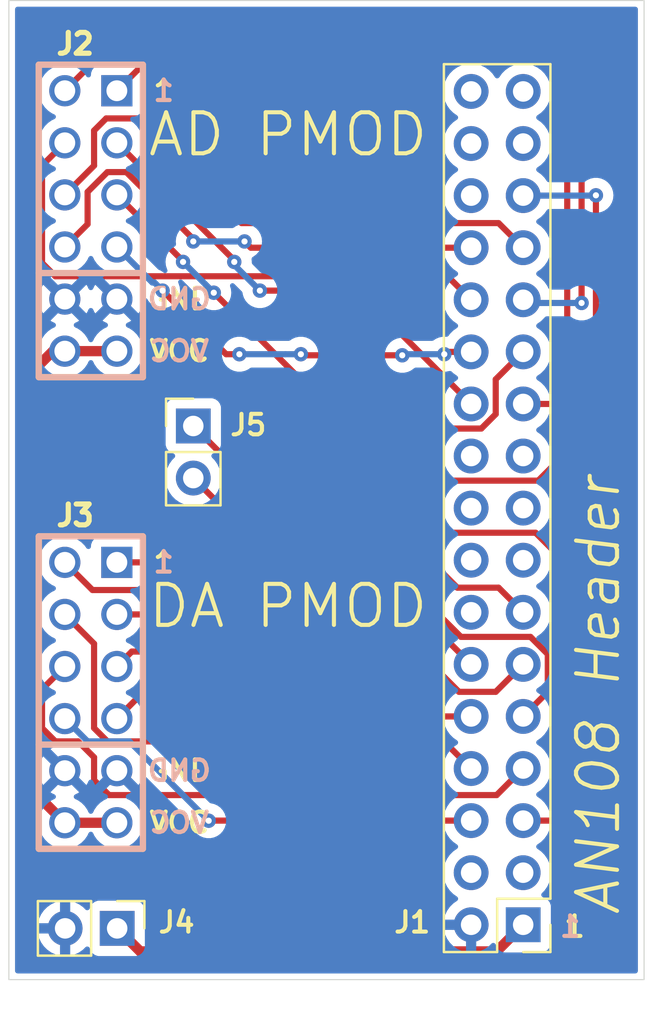
<source format=kicad_pcb>
(kicad_pcb (version 20240108) (generator "pcbnew") (generator_version "8.0")
  (layers (0 "F.Cu" signal) (31 "B.Cu" power) (34 "B.Paste" user) (35 "F.Paste" user) (36 "B.SilkS" user "B.Silkscreen") (37 "F.SilkS" user "F.Silkscreen") (38 "B.Mask" user) (39 "F.Mask" user) (44 "Edge.Cuts" user))
  (net 0 "")
  (net 3 "da_7")
  (net 4 "GND")
  (net 5 "da_6")
  (net 6 "+5V")
  (net 9 "da_clk")
  (net 11 "ad_6")
  (net 13 "ad_4")
  (net 14 "ad_3")
  (net 15 "da_3")
  (net 16 "ad_7")
  (net 19 "da_5")
  (net 20 "da_0")
  (net 22 "ad_1")
  (net 24 "da_4")
  (net 25 "ad_2")
  (net 26 "da_2")
  (net 28 "ad_0")
  (net 31 "ad_5")
  (net 33 "ad_clk")
  (net 34 "da_1")
  (net 35 "+3.3V")
  (footprint "Library:pmod_pin_array_6x2" (layer "F.Cu") (at 130.565 103.045)
    (property "Reference" "J3" (at -0.762 -8.636 0) (layer "F.SilkS") (effects (font (size 1.016 1.016) (thickness 0.254))))
    (property "Value" "DA_PMOD" (hide yes))
    (fp_line (start -2.54 -7.62) (end -2.54 7.62) (stroke (width 0.3048)) (layer "B.SilkS"))
    (fp_line (start -2.54 7.62) (end 2.54 7.62) (stroke (width 0.3048)) (layer "B.SilkS"))
    (fp_line (start 2.54 -7.62) (end -2.54 -7.62) (stroke (width 0.3048)) (layer "B.SilkS"))
    (fp_line (start 2.54 2.54) (end -2.54 2.54) (stroke (width 0.3048)) (layer "B.SilkS"))
    (fp_line (start 2.54 7.62) (end 2.54 -7.62) (stroke (width 0.3048)) (layer "B.SilkS"))
    (fp_line (start -2.54 -7.62) (end -2.54 7.62) (stroke (width 0.3048)) (layer "F.SilkS"))
    (fp_line (start -2.54 7.62) (end 2.54 7.62) (stroke (width 0.3048)) (layer "F.SilkS"))
    (fp_line (start 2.54 -7.62) (end -2.54 -7.62) (stroke (width 0.3048)) (layer "F.SilkS"))
    (fp_line (start 2.54 2.54) (end -2.54 2.54) (stroke (width 0.3048)) (layer "F.SilkS"))
    (fp_line (start 2.54 7.62) (end 2.54 -7.62) (stroke (width 0.3048)) (layer "F.SilkS"))
    (fp_text user "VCC" (at 4.318 6.35 0) (layer "B.SilkS") (effects (font (thickness 0.2)) (justify mirror)))
    (fp_text user "GND" (at 4.318 3.81 0) (layer "B.SilkS") (effects (font (thickness 0.2)) (justify mirror)))
    (fp_text user "1" (at 3.556 -6.35 0) (layer "B.SilkS") (effects (font (thickness 0.2)) (justify mirror)))
    (fp_text user "GND" (at 4.318 3.81 0) (layer "F.SilkS") (effects (font (thickness 0.2))))
    (fp_text user "1" (at 3.556 -6.35 0) (layer "F.SilkS") (effects (font (thickness 0.2))))
    (fp_text user "VCC" (at 4.318 6.35 0) (layer "F.SilkS") (effects (font (thickness 0.2))))
    (pad "1" thru_hole rect (at 1.27 -6.35) (size 1.524 1.524) (drill 1.016) (layers "*.Cu" "*.Mask") (net 20 "da_0"))
    (pad "2" thru_hole circle (at 1.27 -3.81 270) (size 1.524 1.524) (drill 1.016) (layers "*.Cu" "*.Mask") (net 34 "da_1"))
    (pad "3" thru_hole circle (at 1.27 -1.27 270) (size 1.524 1.524) (drill 1.016) (layers "*.Cu" "*.Mask") (net 26 "da_2"))
    (pad "4" thru_hole circle (at 1.27 1.27 270) (size 1.524 1.524) (drill 1.016) (layers "*.Cu" "*.Mask") (net 15 "da_3"))
    (pad "5" thru_hole circle (at 1.27 3.81 270) (size 1.524 1.524) (drill 1.016) (layers "*.Cu" "*.Mask") (net 4 "GND"))
    (pad "6" thru_hole circle (at 1.27 6.35 270) (size 1.524 1.524) (drill 1.016) (layers "*.Cu" "*.Mask") (net 35 "+3.3V"))
    (pad "7" thru_hole circle (at -1.27 -6.35 270) (size 1.524 1.524) (drill 1.016) (layers "*.Cu" "*.Mask") (net 24 "da_4"))
    (pad "8" thru_hole circle (at -1.27 -3.81 270) (size 1.524 1.524) (drill 1.016) (layers "*.Cu" "*.Mask") (net 19 "da_5"))
    (pad "9" thru_hole circle (at -1.27 -1.27 270) (size 1.524 1.524) (drill 1.016) (layers "*.Cu" "*.Mask") (net 5 "da_6"))
    (pad "10" thru_hole circle (at -1.27 1.27 270) (size 1.524 1.524) (drill 1.016) (layers "*.Cu" "*.Mask") (net 3 "da_7"))
    (pad "11" thru_hole circle (at -1.27 3.81 270) (size 1.524 1.524) (drill 1.016) (layers "*.Cu" "*.Mask") (net 4 "GND"))
    (pad "12" thru_hole circle (at -1.27 6.35 270) (size 1.524 1.524) (drill 1.016) (layers "*.Cu" "*.Mask") (net 35 "+3.3V"))
  )
  (footprint "Connector_PinHeader_2.54mm:PinHeader_2x17_P2.54mm_Vertical" (layer "F.Cu") (at 151.665 114.37 180)
    (property "Reference" "J1" (at 5.415 0.12 180) (layer "F.SilkS") (effects (font (thickness 0.2) (bold yes))))
    (property "Value" "AN108 Header")
    (fp_line (start 3.87 -1.33) (end 3.87 41.97) (stroke (width 0.12)) (layer "F.SilkS"))
    (fp_line (start 1.27 1.27) (end 1.27 -1.33) (stroke (width 0.12)) (layer "F.SilkS"))
    (fp_line (start 1.27 -1.33) (end 3.87 -1.33) (stroke (width 0.12)) (layer "F.SilkS"))
    (fp_line (start -1.33 41.97) (end 3.87 41.97) (stroke (width 0.12)) (layer "F.SilkS"))
    (fp_line (start -1.33 1.27) (end 1.27 1.27) (stroke (width 0.12)) (layer "F.SilkS"))
    (fp_line (start -1.33 1.27) (end -1.33 41.97) (stroke (width 0.12)) (layer "F.SilkS"))
    (fp_line (start -1.33 0) (end -1.33 -1.33) (stroke (width 0.12)) (layer "F.SilkS"))
    (fp_line (start -1.33 -1.33) (end 0 -1.33) (stroke (width 0.12)) (layer "F.SilkS"))
    (pad "1" thru_hole rect (at 0 0 180) (size 1.7 1.7) (drill 1) (layers "*.Cu" "*.Mask") (net 6 "+5V"))
    (pad "2" thru_hole oval (at 2.54 0 180) (size 1.7 1.7) (drill 1) (layers "*.Cu" "*.Mask") (net 4 "GND"))
    (pad "3" thru_hole oval (at 0 2.54 180) (size 1.7 1.7) (drill 1) (layers "*.Cu" "*.Mask"))
    (pad "4" thru_hole oval (at 2.54 2.54 180) (size 1.7 1.7) (drill 1) (layers "*.Cu" "*.Mask"))
    (pad "5" thru_hole oval (at 0 5.08 180) (size 1.7 1.7) (drill 1) (layers "*.Cu" "*.Mask") (net 9 "da_clk"))
    (pad "6" thru_hole oval (at 2.54 5.08 180) (size 1.7 1.7) (drill 1) (layers "*.Cu" "*.Mask") (net 3 "da_7"))
    (pad "7" thru_hole oval (at 0 7.62 180) (size 1.7 1.7) (drill 1) (layers "*.Cu" "*.Mask") (net 5 "da_6"))
    (pad "8" thru_hole oval (at 2.54 7.62 180) (size 1.7 1.7) (drill 1) (layers "*.Cu" "*.Mask") (net 19 "da_5"))
    (pad "9" thru_hole oval (at 0 10.16 180) (size 1.7 1.7) (drill 1) (layers "*.Cu" "*.Mask") (net 24 "da_4"))
    (pad "10" thru_hole oval (at 2.54 10.16 180) (size 1.7 1.7) (drill 1) (layers "*.Cu" "*.Mask") (net 15 "da_3"))
    (pad "11" thru_hole oval (at 0 12.7 180) (size 1.7 1.7) (drill 1) (layers "*.Cu" "*.Mask") (net 26 "da_2"))
    (pad "12" thru_hole oval (at 2.54 12.7 180) (size 1.7 1.7) (drill 1) (layers "*.Cu" "*.Mask") (net 34 "da_1"))
    (pad "13" thru_hole oval (at 0 15.24 180) (size 1.7 1.7) (drill 1) (layers "*.Cu" "*.Mask") (net 20 "da_0"))
    (pad "14" thru_hole oval (at 2.54 15.24 180) (size 1.7 1.7) (drill 1) (layers "*.Cu" "*.Mask"))
    (pad "15" thru_hole oval (at 0 17.78 180) (size 1.7 1.7) (drill 1) (layers "*.Cu" "*.Mask"))
    (pad "16" thru_hole oval (at 2.54 17.78 180) (size 1.7 1.7) (drill 1) (layers "*.Cu" "*.Mask"))
    (pad "17" thru_hole oval (at 0 20.32 180) (size 1.7 1.7) (drill 1) (layers "*.Cu" "*.Mask"))
    (pad "18" thru_hole oval (at 2.54 20.32 180) (size 1.7 1.7) (drill 1) (layers "*.Cu" "*.Mask"))
    (pad "19" thru_hole oval (at 0 22.86 180) (size 1.7 1.7) (drill 1) (layers "*.Cu" "*.Mask"))
    (pad "20" thru_hole oval (at 2.54 22.86 180) (size 1.7 1.7) (drill 1) (layers "*.Cu" "*.Mask"))
    (pad "21" thru_hole oval (at 0 25.4 180) (size 1.7 1.7) (drill 1) (layers "*.Cu" "*.Mask") (net 28 "ad_0"))
    (pad "22" thru_hole oval (at 2.54 25.4 180) (size 1.7 1.7) (drill 1) (layers "*.Cu" "*.Mask") (net 22 "ad_1"))
    (pad "23" thru_hole oval (at 0 27.94 180) (size 1.7 1.7) (drill 1) (layers "*.Cu" "*.Mask") (net 25 "ad_2"))
    (pad "24" thru_hole oval (at 2.54 27.94 180) (size 1.7 1.7) (drill 1) (layers "*.Cu" "*.Mask") (net 14 "ad_3"))
    (pad "25" thru_hole oval (at 0 30.48 180) (size 1.7 1.7) (drill 1) (layers "*.Cu" "*.Mask") (net 13 "ad_4"))
    (pad "26" thru_hole oval (at 2.54 30.48 180) (size 1.7 1.7) (drill 1) (layers "*.Cu" "*.Mask") (net 31 "ad_5"))
    (pad "27" thru_hole oval (at 0 33.02 180) (size 1.7 1.7) (drill 1) (layers "*.Cu" "*.Mask") (net 11 "ad_6"))
    (pad "28" thru_hole oval (at 2.54 33.02 180) (size 1.7 1.7) (drill 1) (layers "*.Cu" "*.Mask") (net 16 "ad_7"))
    (pad "29" thru_hole oval (at 0 35.56 180) (size 1.7 1.7) (drill 1) (layers "*.Cu" "*.Mask") (net 33 "ad_clk"))
    (pad "30" thru_hole oval (at 2.54 35.56 180) (size 1.7 1.7) (drill 1) (layers "*.Cu" "*.Mask"))
    (pad "31" thru_hole oval (at 0 38.1 180) (size 1.7 1.7) (drill 1) (layers "*.Cu" "*.Mask"))
    (pad "32" thru_hole oval (at 2.54 38.1 180) (size 1.7 1.7) (drill 1) (layers "*.Cu" "*.Mask"))
    (pad "33" thru_hole oval (at 0 40.64 180) (size 1.7 1.7) (drill 1) (layers "*.Cu" "*.Mask"))
    (pad "34" thru_hole oval (at 2.54 40.64 180) (size 1.7 1.7) (drill 1) (layers "*.Cu" "*.Mask"))
  )
  (footprint "Connector_PinHeader_2.54mm:PinHeader_1x02_P2.54mm_Vertical" (layer "F.Cu") (at 135.565 90.045)
    (property "Reference" "J5" (at 2.685 -0.045 0) (layer "F.SilkS") (effects (font (thickness 0.2))))
    (property "Value" "Conn_01x02")
    (fp_line (start -1.33 -1.33) (end 0 -1.33) (stroke (width 0.12)) (layer "F.SilkS"))
    (fp_line (start -1.33 0) (end -1.33 -1.33) (stroke (width 0.12)) (layer "F.SilkS"))
    (fp_line (start -1.33 1.27) (end -1.33 3.87) (stroke (width 0.12)) (layer "F.SilkS"))
    (fp_line (start -1.33 1.27) (end 1.33 1.27) (stroke (width 0.12)) (layer "F.SilkS"))
    (fp_line (start -1.33 3.87) (end 1.33 3.87) (stroke (width 0.12)) (layer "F.SilkS"))
    (fp_line (start 1.33 1.27) (end 1.33 3.87) (stroke (width 0.12)) (layer "F.SilkS"))
    (pad "1" thru_hole rect (at 0 0) (size 1.7 1.7) (drill 1) (layers "*.Cu" "*.Mask") (net 33 "ad_clk"))
    (pad "2" thru_hole oval (at 0 2.54) (size 1.7 1.7) (drill 1) (layers "*.Cu" "*.Mask") (net 9 "da_clk"))
  )
  (footprint "Connector_PinHeader_2.54mm:PinHeader_1x02_P2.54mm_Vertical" (layer "F.Cu") (at 131.85 114.545 -90)
    (property "Reference" "J4" (at -0.295 -2.9 0) (layer "F.SilkS") (effects (font (thickness 0.2))))
    (property "Value" "Conn_01x02")
    (fp_line (start -1.33 3.87) (end 1.33 3.87) (stroke (width 0.12)) (layer "F.SilkS"))
    (fp_line (start -1.33 1.27) (end -1.33 3.87) (stroke (width 0.12)) (layer "F.SilkS"))
    (fp_line (start -1.33 1.27) (end 1.33 1.27) (stroke (width 0.12)) (layer "F.SilkS"))
    (fp_line (start 1.33 1.27) (end 1.33 3.87) (stroke (width 0.12)) (layer "F.SilkS"))
    (fp_line (start -1.33 0) (end -1.33 -1.33) (stroke (width 0.12)) (layer "F.SilkS"))
    (fp_line (start -1.33 -1.33) (end 0 -1.33) (stroke (width 0.12)) (layer "F.SilkS"))
    (pad "1" thru_hole rect (at 0 0 270) (size 1.7 1.7) (drill 1) (layers "*.Cu" "*.Mask") (net 6 "+5V"))
    (pad "2" thru_hole oval (at 0 2.54 270) (size 1.7 1.7) (drill 1) (layers "*.Cu" "*.Mask") (net 4 "GND"))
  )
  (footprint "Library:pmod_pin_array_6x2" (layer "F.Cu") (at 130.565 80.045)
    (property "Reference" "J2" (at -0.762 -8.636 0) (layer "F.SilkS") (effects (font (size 1.016 1.016) (thickness 0.254))))
    (property "Value" "AD PMOD" (hide yes))
    (fp_line (start -2.54 -7.62) (end -2.54 7.62) (stroke (width 0.3048)) (layer "B.SilkS"))
    (fp_line (start -2.54 7.62) (end 2.54 7.62) (stroke (width 0.3048)) (layer "B.SilkS"))
    (fp_line (start 2.54 -7.62) (end -2.54 -7.62) (stroke (width 0.3048)) (layer "B.SilkS"))
    (fp_line (start 2.54 2.54) (end -2.54 2.54) (stroke (width 0.3048)) (layer "B.SilkS"))
    (fp_line (start 2.54 7.62) (end 2.54 -7.62) (stroke (width 0.3048)) (layer "B.SilkS"))
    (fp_line (start -2.54 -7.62) (end -2.54 7.62) (stroke (width 0.3048)) (layer "F.SilkS"))
    (fp_line (start -2.54 7.62) (end 2.54 7.62) (stroke (width 0.3048)) (layer "F.SilkS"))
    (fp_line (start 2.54 -7.62) (end -2.54 -7.62) (stroke (width 0.3048)) (layer "F.SilkS"))
    (fp_line (start 2.54 2.54) (end -2.54 2.54) (stroke (width 0.3048)) (layer "F.SilkS"))
    (fp_line (start 2.54 7.62) (end 2.54 -7.62) (stroke (width 0.3048)) (layer "F.SilkS"))
    (fp_text user "GND" (at 4.318 3.81 0) (layer "B.SilkS") (effects (font (thickness 0.2)) (justify mirror)))
    (fp_text user "VCC" (at 4.318 6.35 0) (layer "B.SilkS") (effects (font (thickness 0.2)) (justify mirror)))
    (fp_text user "1" (at 3.556 -6.35 0) (layer "B.SilkS") (effects (font (thickness 0.2)) (justify mirror)))
    (fp_text user "VCC" (at 4.318 6.35 0) (layer "F.SilkS") (effects (font (thickness 0.2))))
    (fp_text user "1" (at 3.556 -6.35 0) (layer "F.SilkS") (effects (font (thickness 0.2))))
    (fp_text user "GND" (at 4.318 3.81 0) (layer "F.SilkS") (effects (font (thickness 0.2))))
    (pad "1" thru_hole rect (at 1.27 -6.35) (size 1.524 1.524) (drill 1.016) (layers "*.Cu" "*.Mask") (net 28 "ad_0"))
    (pad "2" thru_hole circle (at 1.27 -3.81 270) (size 1.524 1.524) (drill 1.016) (layers "*.Cu" "*.Mask") (net 22 "ad_1"))
    (pad "3" thru_hole circle (at 1.27 -1.27 270) (size 1.524 1.524) (drill 1.016) (layers "*.Cu" "*.Mask") (net 25 "ad_2"))
    (pad "4" thru_hole circle (at 1.27 1.27 270) (size 1.524 1.524) (drill 1.016) (layers "*.Cu" "*.Mask") (net 14 "ad_3"))
    (pad "5" thru_hole circle (at 1.27 3.81 270) (size 1.524 1.524) (drill 1.016) (layers "*.Cu" "*.Mask") (net 4 "GND"))
    (pad "6" thru_hole circle (at 1.27 6.35 270) (size 1.524 1.524) (drill 1.016) (layers "*.Cu" "*.Mask") (net 35 "+3.3V"))
    (pad "7" thru_hole circle (at -1.27 -6.35 270) (size 1.524 1.524) (drill 1.016) (layers "*.Cu" "*.Mask") (net 13 "ad_4"))
    (pad "8" thru_hole circle (at -1.27 -3.81 270) (size 1.524 1.524) (drill 1.016) (layers "*.Cu" "*.Mask") (net 31 "ad_5"))
    (pad "9" thru_hole circle (at -1.27 -1.27 270) (size 1.524 1.524) (drill 1.016) (layers "*.Cu" "*.Mask") (net 11 "ad_6"))
    (pad "10" thru_hole circle (at -1.27 1.27 270) (size 1.524 1.524) (drill 1.016) (layers "*.Cu" "*.Mask") (net 16 "ad_7"))
    (pad "11" thru_hole circle (at -1.27 3.81 270) (size 1.524 1.524) (drill 1.016) (layers "*.Cu" "*.Mask") (net 4 "GND"))
    (pad "12" thru_hole circle (at -1.27 6.35 270) (size 1.524 1.524) (drill 1.016) (layers "*.Cu" "*.Mask") (net 35 "+3.3V"))
  )
  (gr_rect (start 126.565 69.295) (end 157.565 117.045) (stroke (width 0.05)) (fill none) (layer "Edge.Cuts"))
  (gr_text "1" (at 154.565 115.045 0) (layer "B.SilkS") (effects (font (size 1 1) (thickness 0.2)) (justify left bottom mirror)))
  (gr_text "AD PMOD" (at 133.25 77 0) (layer "F.SilkS") (effects (font (size 2 2) (thickness 0.2) (bold yes)) (justify left bottom)))
  (gr_text "AN108 Header" (at 156.5 114 90) (layer "F.SilkS") (effects (font (size 2 2) (thickness 0.2) (italic yes)) (justify left bottom)))
  (gr_text "1" (at 153.565 115.045 0) (layer "F.SilkS") (effects (font (size 1 1) (thickness 0.2)) (justify left bottom)))
  (gr_text "DA PMOD" (at 133.25 100 0) (layer "F.SilkS") (effects (font (size 2 2) (thickness 0.2)) (justify left bottom)))
  (segment (start 136.32 109.29) (end 149.125 109.29) (width 0.3) (layer "F.Cu") (net 3))
  (segment (start 136.315 109.295) (end 136.32 109.29) (width 0.3) (layer "F.Cu") (net 3))
  (via (at 136.315 109.295) (size 0.7) (drill 0.3) (layers "F.Cu" "B.Cu") (net 3))
  (segment (start 132.447 105.427) (end 136.315 109.295) (width 0.3) (layer "B.Cu") (net 3))
  (segment (start 130.407 105.427) (end 132.447 105.427) (width 0.3) (layer "B.Cu") (net 3))
  (segment (start 129.295 104.315) (end 130.407 105.427) (width 0.3) (layer "B.Cu") (net 3))
  (segment (start 150.37 108.045) (end 151.665 106.75) (width 0.3) (layer "F.Cu") (net 5))
  (segment (start 129.947 105.427) (end 130.723 106.203) (width 0.3) (layer "F.Cu") (net 5))
  (segment (start 128.183 104.775606) (end 128.834394 105.427) (width 0.3) (layer "F.Cu") (net 5))
  (segment (start 130.723 107.315606) (end 131.452394 108.045) (width 0.3) (layer "F.Cu") (net 5))
  (segment (start 128.834394 105.427) (end 129.947 105.427) (width 0.3) (layer "F.Cu") (net 5))
  (segment (start 130.723 106.203) (end 130.723 107.315606) (width 0.3) (layer "F.Cu") (net 5))
  (segment (start 129.295 101.775) (end 128.183 102.887) (width 0.3) (layer "F.Cu") (net 5))
  (segment (start 128.183 102.887) (end 128.183 104.775606) (width 0.3) (layer "F.Cu") (net 5))
  (segment (start 131.452394 108.045) (end 150.37 108.045) (width 0.3) (layer "F.Cu") (net 5))
  (segment (start 150.365 115.67) (end 151.665 114.37) (width 0.5) (layer "F.Cu") (net 6))
  (segment (start 132.975 115.67) (end 150.365 115.67) (width 0.5) (layer "F.Cu") (net 6))
  (segment (start 131.85 114.545) (end 132.975 115.67) (width 0.5) (layer "F.Cu") (net 6))
  (segment (start 138.23 95.25) (end 152.27 95.25) (width 0.3) (layer "F.Cu") (net 9))
  (segment (start 152.27 95.25) (end 153.565 96.545) (width 0.3) (layer "F.Cu") (net 9))
  (segment (start 153.565 109.045) (end 153.32 109.29) (width 0.3) (layer "F.Cu") (net 9))
  (segment (start 135.565 92.585) (end 138.23 95.25) (width 0.3) (layer "F.Cu") (net 9))
  (segment (start 153.32 109.29) (end 151.665 109.29) (width 0.3) (layer "F.Cu") (net 9))
  (segment (start 153.565 96.545) (end 153.565 109.045) (width 0.3) (layer "F.Cu") (net 9))
  (segment (start 130.723 75.637) (end 131.315 75.045) (width 0.3) (layer "F.Cu") (net 11))
  (segment (start 130.723 77.347) (end 130.723 75.637) (width 0.3) (layer "F.Cu") (net 11))
  (segment (start 150.465 80.15) (end 151.665 81.35) (width 0.3) (layer "F.Cu") (net 11))
  (segment (start 137.92 80.15) (end 150.465 80.15) (width 0.3) (layer "F.Cu") (net 11))
  (segment (start 132.815 75.045) (end 137.92 80.15) (width 0.3) (layer "F.Cu") (net 11))
  (segment (start 129.295 78.775) (end 130.723 77.347) (width 0.3) (layer "F.Cu") (net 11))
  (segment (start 131.315 75.045) (end 132.815 75.045) (width 0.3) (layer "F.Cu") (net 11))
  (segment (start 154.065 71.045) (end 154.515 71.495) (width 0.3) (layer "F.Cu") (net 13))
  (segment (start 154.515 71.495) (end 154.515 84.045) (width 0.3) (layer "F.Cu") (net 13))
  (segment (start 129.295 73.695) (end 131.945 71.045) (width 0.3) (layer "F.Cu") (net 13))
  (segment (start 131.945 71.045) (end 154.065 71.045) (width 0.3) (layer "F.Cu") (net 13))
  (via (at 154.515 84.045) (size 0.7) (drill 0.3) (layers "F.Cu" "B.Cu") (net 13))
  (segment (start 151.82 84.045) (end 151.665 83.89) (width 0.3) (layer "B.Cu") (net 13))
  (segment (start 154.515 84.045) (end 151.82 84.045) (width 0.3) (layer "B.Cu") (net 13))
  (segment (start 145.762525 86.597475) (end 140.867475 86.597475) (width 0.3) (layer "F.Cu") (net 14))
  (segment (start 140.867475 86.597475) (end 140.815 86.545) (width 0.3) (layer "F.Cu") (net 14))
  (segment (start 137.815 86.545) (end 137.167 86.545) (width 0.3) (layer "F.Cu") (net 14))
  (segment (start 147.93 86.43) (end 147.815 86.545) (width 0.3) (layer "F.Cu") (net 14))
  (segment (start 149.125 86.43) (end 147.93 86.43) (width 0.3) (layer "F.Cu") (net 14))
  (segment (start 137.167 86.545) (end 134.065 83.443) (width 0.3) (layer "F.Cu") (net 14))
  (via (at 140.815 86.545) (size 0.7) (drill 0.3) (layers "F.Cu" "B.Cu") (net 14))
  (via (at 134.065 83.443) (size 0.7) (drill 0.3) (layers "F.Cu" "B.Cu") (net 14))
  (via (at 147.815 86.545) (size 0.7) (drill 0.3) (layers "F.Cu" "B.Cu") (net 14))
  (via (at 145.762525 86.597475) (size 0.7) (drill 0.3) (layers "F.Cu" "B.Cu") (net 14))
  (via (at 137.815 86.545) (size 0.7) (drill 0.3) (layers "F.Cu" "B.Cu") (net 14))
  (segment (start 140.065 86.545) (end 137.815 86.545) (width 0.3) (layer "B.Cu") (net 14))
  (segment (start 147.815 86.545) (end 145.815 86.545) (width 0.3) (layer "B.Cu") (net 14))
  (segment (start 133.667 83.045) (end 133.565 83.045) (width 0.3) (layer "B.Cu") (net 14))
  (segment (start 145.815 86.545) (end 145.762525 86.597475) (width 0.3) (layer "B.Cu") (net 14))
  (segment (start 140.815 86.545) (end 140.065 86.545) (width 0.3) (layer "B.Cu") (net 14))
  (segment (start 133.565 83.045) (end 131.835 81.315) (width 0.3) (layer "B.Cu") (net 14))
  (segment (start 134.065 83.443) (end 133.667 83.045) (width 0.3) (layer "B.Cu") (net 14))
  (segment (start 131.835 104.315) (end 133.105 103.045) (width 0.3) (layer "F.Cu") (net 15))
  (segment (start 145.565 103.045) (end 146.73 104.21) (width 0.3) (layer "F.Cu") (net 15))
  (segment (start 146.73 104.21) (end 149.125 104.21) (width 0.3) (layer "F.Cu") (net 15))
  (segment (start 133.105 103.045) (end 145.565 103.045) (width 0.3) (layer "F.Cu") (net 15))
  (segment (start 135.565 80.932394) (end 135.565 81.045) (width 0.3) (layer "F.Cu") (net 16))
  (segment (start 131.374394 77.663) (end 132.295606 77.663) (width 0.3) (layer "F.Cu") (net 16))
  (segment (start 129.295 81.315) (end 130.407 80.203) (width 0.3) (layer "F.Cu") (net 16))
  (segment (start 130.407 78.630394) (end 131.374394 77.663) (width 0.3) (layer "F.Cu") (net 16))
  (segment (start 138.37 81.35) (end 149.125 81.35) (width 0.3) (layer "F.Cu") (net 16))
  (segment (start 132.295606 77.663) (end 135.565 80.932394) (width 0.3) (layer "F.Cu") (net 16))
  (segment (start 138.065 81.045) (end 138.37 81.35) (width 0.3) (layer "F.Cu") (net 16))
  (segment (start 130.407 80.203) (end 130.407 78.630394) (width 0.3) (layer "F.Cu") (net 16))
  (via (at 135.565 81.045) (size 0.7) (drill 0.3) (layers "F.Cu" "B.Cu") (net 16))
  (via (at 138.065 81.045) (size 0.7) (drill 0.3) (layers "F.Cu" "B.Cu") (net 16))
  (segment (start 135.565 81.045) (end 138.065 81.045) (width 0.3) (layer "B.Cu") (net 16))
  (segment (start 131.374394 105.427) (end 147.802 105.427) (width 0.3) (layer "F.Cu") (net 19))
  (segment (start 130.723 100.663) (end 130.723 104.775606) (width 0.3) (layer "F.Cu") (net 19))
  (segment (start 147.802 105.427) (end 149.125 106.75) (width 0.3) (layer "F.Cu") (net 19))
  (segment (start 129.295 99.235) (end 130.723 100.663) (width 0.3) (layer "F.Cu") (net 19))
  (segment (start 130.723 104.775606) (end 131.374394 105.427) (width 0.3) (layer "F.Cu") (net 19))
  (segment (start 148.45 97.93) (end 150.465 97.93) (width 0.3) (layer "F.Cu") (net 20))
  (segment (start 147.215 96.695) (end 148.45 97.93) (width 0.3) (layer "F.Cu") (net 20))
  (segment (start 150.465 97.93) (end 151.665 99.13) (width 0.3) (layer "F.Cu") (net 20))
  (segment (start 131.835 96.695) (end 147.215 96.695) (width 0.3) (layer "F.Cu") (net 20))
  (segment (start 137.565 81.965) (end 137.565 82.043) (width 0.3) (layer "F.Cu") (net 22))
  (segment (start 138.815 83.443) (end 143.598 83.443) (width 0.3) (layer "F.Cu") (net 22))
  (segment (start 143.598 83.443) (end 149.125 88.97) (width 0.3) (layer "F.Cu") (net 22))
  (segment (start 131.835 76.235) (end 137.565 81.965) (width 0.3) (layer "F.Cu") (net 22))
  (via (at 138.815 83.443) (size 0.7) (drill 0.3) (layers "F.Cu" "B.Cu") (net 22))
  (via (at 137.565 82.043) (size 0.7) (drill 0.3) (layers "F.Cu" "B.Cu") (net 22))
  (segment (start 137.565 82.043) (end 137.565 82.193) (width 0.3) (layer "B.Cu") (net 22))
  (segment (start 137.565 82.193) (end 138.815 83.443) (width 0.3) (layer "B.Cu") (net 22))
  (segment (start 152.022057 100.33) (end 152.865 101.172943) (width 0.3) (layer "F.Cu") (net 24))
  (segment (start 148.627943 100.33) (end 152.022057 100.33) (width 0.3) (layer "F.Cu") (net 24))
  (segment (start 152.865 103.01) (end 151.665 104.21) (width 0.3) (layer "F.Cu") (net 24))
  (segment (start 152.865 101.172943) (end 152.865 103.01) (width 0.3) (layer "F.Cu") (net 24))
  (segment (start 146.342943 98.045) (end 130.645 98.045) (width 0.3) (layer "F.Cu") (net 24))
  (segment (start 148.627943 100.33) (end 146.342943 98.045) (width 0.3) (layer "F.Cu") (net 24))
  (segment (start 129.295 96.695) (end 130.645 98.045) (width 0.3) (layer "F.Cu") (net 24))
  (segment (start 150.325 87.77) (end 151.665 86.43) (width 0.3) (layer "F.Cu") (net 25))
  (segment (start 149.622057 90.17) (end 150.325 89.467057) (width 0.3) (layer "F.Cu") (net 25))
  (segment (start 136.565 83.545) (end 143.19 90.17) (width 0.3) (layer "F.Cu") (net 25))
  (segment (start 131.835 78.775) (end 135.065 82.005) (width 0.3) (layer "F.Cu") (net 25))
  (segment (start 135.065 82.005) (end 135.065 82.043) (width 0.3) (layer "F.Cu") (net 25))
  (segment (start 143.19 90.17) (end 149.622057 90.17) (width 0.3) (layer "F.Cu") (net 25))
  (segment (start 150.325 89.467057) (end 150.325 87.77) (width 0.3) (layer "F.Cu") (net 25))
  (via (at 136.565 83.545) (size 0.7) (drill 0.3) (layers "F.Cu" "B.Cu") (net 25))
  (via (at 135.065 82.043) (size 0.7) (drill 0.3) (layers "F.Cu" "B.Cu") (net 25))
  (segment (start 135.065 82.045) (end 136.565 83.545) (width 0.3) (layer "B.Cu") (net 25))
  (segment (start 135.065 82.043) (end 135.065 82.045) (width 0.3) (layer "B.Cu") (net 25))
  (segment (start 146.565 101.045) (end 148.53 103.01) (width 0.3) (layer "F.Cu") (net 26))
  (segment (start 132.565 101.045) (end 146.565 101.045) (width 0.3) (layer "F.Cu") (net 26))
  (segment (start 131.835 101.775) (end 132.565 101.045) (width 0.3) (layer "F.Cu") (net 26))
  (segment (start 150.325 103.01) (end 151.665 101.67) (width 0.3) (layer "F.Cu") (net 26))
  (segment (start 148.53 103.01) (end 150.325 103.01) (width 0.3) (layer "F.Cu") (net 26))
  (segment (start 153.815 71.545) (end 153.815 88.545) (width 0.3) (layer "F.Cu") (net 28))
  (segment (start 153.815 88.545) (end 153.39 88.97) (width 0.3) (layer "F.Cu") (net 28))
  (segment (start 131.835 73.695) (end 133.985 71.545) (width 0.3) (layer "F.Cu") (net 28))
  (segment (start 153.39 88.97) (end 151.665 88.97) (width 0.3) (layer "F.Cu") (net 28))
  (segment (start 133.985 71.545) (end 153.815 71.545) (width 0.3) (layer "F.Cu") (net 28))
  (segment (start 128.834394 82.743) (end 147.978 82.743) (width 0.3) (layer "F.Cu") (net 31))
  (segment (start 129.295 76.235) (end 128.183 77.347) (width 0.3) (layer "F.Cu") (net 31))
  (segment (start 128.183 82.091606) (end 128.834394 82.743) (width 0.3) (layer "F.Cu") (net 31))
  (segment (start 128.183 77.347) (end 128.183 82.091606) (width 0.3) (layer "F.Cu") (net 31))
  (segment (start 147.978 82.743) (end 149.125 83.89) (width 0.3) (layer "F.Cu") (net 31))
  (segment (start 151.9 79.045) (end 151.665 78.81) (width 0.3) (layer "F.Cu") (net 33))
  (segment (start 155.215 89.895) (end 155.215 78.795) (width 0.3) (layer "F.Cu") (net 33))
  (segment (start 135.565 90.045) (end 138.23 92.71) (width 0.3) (layer "F.Cu") (net 33))
  (segment (start 152.4 92.71) (end 155.215 89.895) (width 0.3) (layer "F.Cu") (net 33))
  (segment (start 138.23 92.71) (end 152.4 92.71) (width 0.3) (layer "F.Cu") (net 33))
  (via (at 155.215 78.795) (size 0.7) (drill 0.3) (layers "F.Cu" "B.Cu") (net 33))
  (segment (start 155.2 78.81) (end 155.215 78.795) (width 0.3) (layer "B.Cu") (net 33))
  (segment (start 151.665 78.81) (end 155.2 78.81) (width 0.3) (layer "B.Cu") (net 33))
  (segment (start 131.835 99.235) (end 146.69 99.235) (width 0.3) (layer "F.Cu") (net 34))
  (segment (start 146.69 99.235) (end 149.125 101.67) (width 0.3) (layer "F.Cu") (net 34))
  (segment (start 129.295 109.395) (end 127.583 107.683) (width 0.5) (layer "F.Cu") (net 35))
  (segment (start 131.835 109.395) (end 129.295 109.395) (width 0.5) (layer "F.Cu") (net 35))
  (segment (start 128.715 86.395) (end 129.295 86.395) (width 0.5) (layer "F.Cu") (net 35))
  (segment (start 131.835 86.395) (end 129.295 86.395) (width 0.5) (layer "F.Cu") (net 35))
  (segment (start 127.583 87.527) (end 128.715 86.395) (width 0.5) (layer "F.Cu") (net 35))
  (segment (start 127.583 107.683) (end 127.583 87.527) (width 0.5) (layer "F.Cu") (net 35))
  (zone (net 4) (net_name "GND") (layer "B.Cu") (connect_pads (clearance 0.5)) (min_thickness 0.25) (fill yes (thermal_gap 0.5) (thermal_bridge_width 0.5))
    (polygon (pts (xy 126.565 69.295) (xy 157.815 69.295) (xy 157.815 117.045) (xy 126.565 117.045)))
  )
)
</source>
